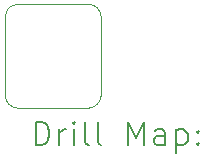
<source format=gbr>
%TF.GenerationSoftware,KiCad,Pcbnew,7.0.7*%
%TF.CreationDate,2023-12-02T22:01:05+00:00*%
%TF.ProjectId,BNO085_0x4A_Board,424e4f30-3835-45f3-9078-34415f426f61,rev?*%
%TF.SameCoordinates,Original*%
%TF.FileFunction,Drillmap*%
%TF.FilePolarity,Positive*%
%FSLAX45Y45*%
G04 Gerber Fmt 4.5, Leading zero omitted, Abs format (unit mm)*
G04 Created by KiCad (PCBNEW 7.0.7) date 2023-12-02 22:01:05*
%MOMM*%
%LPD*%
G01*
G04 APERTURE LIST*
%ADD10C,0.100000*%
%ADD11C,0.200000*%
G04 APERTURE END LIST*
D10*
X10231500Y-10602000D02*
G75*
G03*
X10131500Y-10502000I-100000J0D01*
G01*
X9524500Y-10502000D02*
G75*
G03*
X9424500Y-10602000I0J-100000D01*
G01*
X9524500Y-10502000D02*
X10131500Y-10502000D01*
X10131500Y-11377000D02*
G75*
G03*
X10231500Y-11277000I0J100000D01*
G01*
X10231500Y-10602000D02*
X10231500Y-11277000D01*
X9424500Y-11277000D02*
X9424500Y-10602000D01*
X9524500Y-11377000D02*
X10131500Y-11377000D01*
X9424500Y-11277000D02*
G75*
G03*
X9524500Y-11377000I100000J0D01*
G01*
D11*
X9680277Y-11693484D02*
X9680277Y-11493484D01*
X9680277Y-11493484D02*
X9727896Y-11493484D01*
X9727896Y-11493484D02*
X9756467Y-11503008D01*
X9756467Y-11503008D02*
X9775515Y-11522055D01*
X9775515Y-11522055D02*
X9785039Y-11541103D01*
X9785039Y-11541103D02*
X9794563Y-11579198D01*
X9794563Y-11579198D02*
X9794563Y-11607769D01*
X9794563Y-11607769D02*
X9785039Y-11645865D01*
X9785039Y-11645865D02*
X9775515Y-11664912D01*
X9775515Y-11664912D02*
X9756467Y-11683960D01*
X9756467Y-11683960D02*
X9727896Y-11693484D01*
X9727896Y-11693484D02*
X9680277Y-11693484D01*
X9880277Y-11693484D02*
X9880277Y-11560150D01*
X9880277Y-11598246D02*
X9889801Y-11579198D01*
X9889801Y-11579198D02*
X9899324Y-11569674D01*
X9899324Y-11569674D02*
X9918372Y-11560150D01*
X9918372Y-11560150D02*
X9937420Y-11560150D01*
X10004086Y-11693484D02*
X10004086Y-11560150D01*
X10004086Y-11493484D02*
X9994563Y-11503008D01*
X9994563Y-11503008D02*
X10004086Y-11512531D01*
X10004086Y-11512531D02*
X10013610Y-11503008D01*
X10013610Y-11503008D02*
X10004086Y-11493484D01*
X10004086Y-11493484D02*
X10004086Y-11512531D01*
X10127896Y-11693484D02*
X10108848Y-11683960D01*
X10108848Y-11683960D02*
X10099324Y-11664912D01*
X10099324Y-11664912D02*
X10099324Y-11493484D01*
X10232658Y-11693484D02*
X10213610Y-11683960D01*
X10213610Y-11683960D02*
X10204086Y-11664912D01*
X10204086Y-11664912D02*
X10204086Y-11493484D01*
X10461229Y-11693484D02*
X10461229Y-11493484D01*
X10461229Y-11493484D02*
X10527896Y-11636341D01*
X10527896Y-11636341D02*
X10594563Y-11493484D01*
X10594563Y-11493484D02*
X10594563Y-11693484D01*
X10775515Y-11693484D02*
X10775515Y-11588722D01*
X10775515Y-11588722D02*
X10765991Y-11569674D01*
X10765991Y-11569674D02*
X10746944Y-11560150D01*
X10746944Y-11560150D02*
X10708848Y-11560150D01*
X10708848Y-11560150D02*
X10689801Y-11569674D01*
X10775515Y-11683960D02*
X10756467Y-11693484D01*
X10756467Y-11693484D02*
X10708848Y-11693484D01*
X10708848Y-11693484D02*
X10689801Y-11683960D01*
X10689801Y-11683960D02*
X10680277Y-11664912D01*
X10680277Y-11664912D02*
X10680277Y-11645865D01*
X10680277Y-11645865D02*
X10689801Y-11626817D01*
X10689801Y-11626817D02*
X10708848Y-11617293D01*
X10708848Y-11617293D02*
X10756467Y-11617293D01*
X10756467Y-11617293D02*
X10775515Y-11607769D01*
X10870753Y-11560150D02*
X10870753Y-11760150D01*
X10870753Y-11569674D02*
X10889801Y-11560150D01*
X10889801Y-11560150D02*
X10927896Y-11560150D01*
X10927896Y-11560150D02*
X10946944Y-11569674D01*
X10946944Y-11569674D02*
X10956467Y-11579198D01*
X10956467Y-11579198D02*
X10965991Y-11598246D01*
X10965991Y-11598246D02*
X10965991Y-11655388D01*
X10965991Y-11655388D02*
X10956467Y-11674436D01*
X10956467Y-11674436D02*
X10946944Y-11683960D01*
X10946944Y-11683960D02*
X10927896Y-11693484D01*
X10927896Y-11693484D02*
X10889801Y-11693484D01*
X10889801Y-11693484D02*
X10870753Y-11683960D01*
X11051705Y-11674436D02*
X11061229Y-11683960D01*
X11061229Y-11683960D02*
X11051705Y-11693484D01*
X11051705Y-11693484D02*
X11042182Y-11683960D01*
X11042182Y-11683960D02*
X11051705Y-11674436D01*
X11051705Y-11674436D02*
X11051705Y-11693484D01*
X11051705Y-11569674D02*
X11061229Y-11579198D01*
X11061229Y-11579198D02*
X11051705Y-11588722D01*
X11051705Y-11588722D02*
X11042182Y-11579198D01*
X11042182Y-11579198D02*
X11051705Y-11569674D01*
X11051705Y-11569674D02*
X11051705Y-11588722D01*
M02*

</source>
